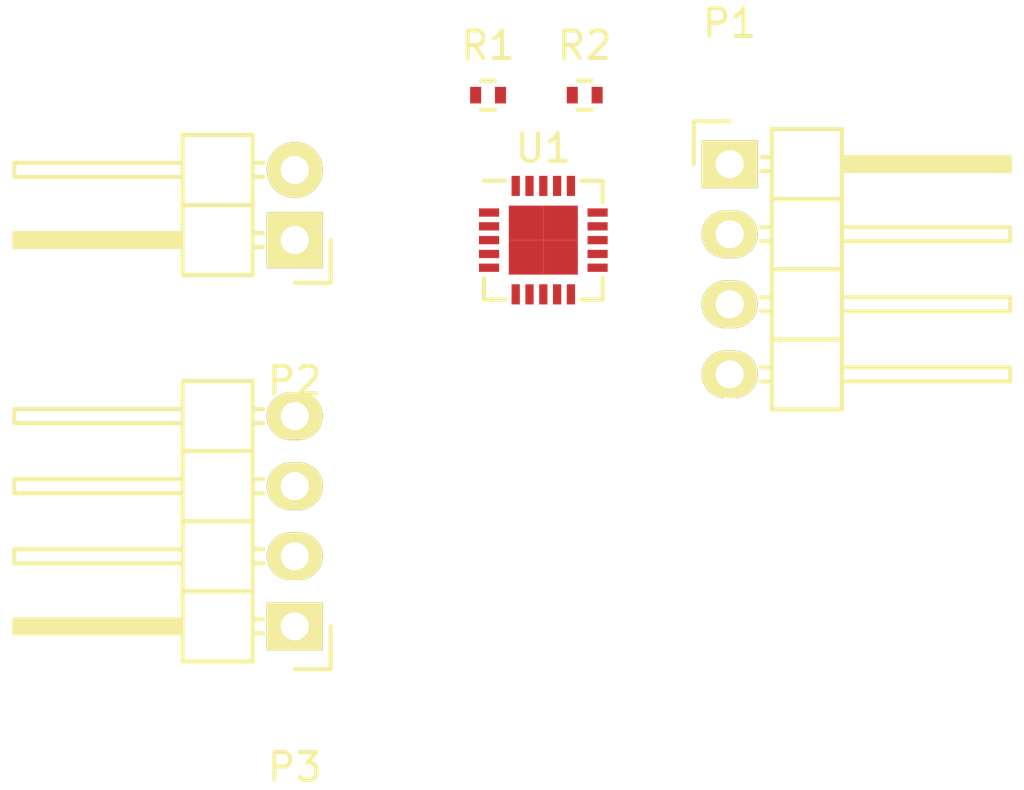
<source format=kicad_pcb>
(kicad_pcb (version 4) (host pcbnew "(2015-06-09 BZR 5726)-product")

  (general
    (links 14)
    (no_connects 14)
    (area 0 0 0 0)
    (thickness 1.6)
    (drawings 0)
    (tracks 0)
    (zones 0)
    (modules 6)
    (nets 8)
  )

  (page A4)
  (layers
    (0 F.Cu signal)
    (31 B.Cu signal)
    (32 B.Adhes user)
    (33 F.Adhes user)
    (34 B.Paste user)
    (35 F.Paste user)
    (36 B.SilkS user)
    (37 F.SilkS user)
    (38 B.Mask user)
    (39 F.Mask user)
    (40 Dwgs.User user)
    (41 Cmts.User user)
    (42 Eco1.User user)
    (43 Eco2.User user)
    (44 Edge.Cuts user)
    (45 Margin user)
    (46 B.CrtYd user)
    (47 F.CrtYd user)
    (48 B.Fab user)
    (49 F.Fab user)
  )

  (setup
    (last_trace_width 0.25)
    (trace_clearance 0.2)
    (zone_clearance 0.508)
    (zone_45_only no)
    (trace_min 0.2)
    (segment_width 0.2)
    (edge_width 0.1)
    (via_size 0.6)
    (via_drill 0.4)
    (via_min_size 0.4)
    (via_min_drill 0.3)
    (uvia_size 0.3)
    (uvia_drill 0.1)
    (uvias_allowed no)
    (uvia_min_size 0.2)
    (uvia_min_drill 0.1)
    (pcb_text_width 0.3)
    (pcb_text_size 1.5 1.5)
    (mod_edge_width 0.15)
    (mod_text_size 1 1)
    (mod_text_width 0.15)
    (pad_size 1.5 1.5)
    (pad_drill 0.6)
    (pad_to_mask_clearance 0)
    (aux_axis_origin 0 0)
    (visible_elements FFFFFF7F)
    (pcbplotparams
      (layerselection 0x00030_80000001)
      (usegerberextensions false)
      (excludeedgelayer true)
      (linewidth 0.100000)
      (plotframeref false)
      (viasonmask false)
      (mode 1)
      (useauxorigin false)
      (hpglpennumber 1)
      (hpglpenspeed 20)
      (hpglpendiameter 15)
      (hpglpenoverlay 2)
      (psnegative false)
      (psa4output false)
      (plotreference true)
      (plotvalue true)
      (plotinvisibletext false)
      (padsonsilk false)
      (subtractmaskfromsilk false)
      (outputformat 1)
      (mirror false)
      (drillshape 1)
      (scaleselection 1)
      (outputdirectory ""))
  )

  (net 0 "")
  (net 1 GND)
  (net 2 VDD)
  (net 3 "Net-(P1-Pad3)")
  (net 4 "Net-(P1-Pad4)")
  (net 5 "Net-(P2-Pad2)")
  (net 6 /CTLR_D)
  (net 7 /CUBE_D)

  (net_class Default "This is the default net class."
    (clearance 0.2)
    (trace_width 0.25)
    (via_dia 0.6)
    (via_drill 0.4)
    (uvia_dia 0.3)
    (uvia_drill 0.1)
    (add_net /CTLR_D)
    (add_net /CUBE_D)
    (add_net GND)
    (add_net "Net-(P1-Pad3)")
    (add_net "Net-(P1-Pad4)")
    (add_net "Net-(P2-Pad2)")
    (add_net VDD)
  )

  (module Pin_Headers:Pin_Header_Angled_1x04 (layer F.Cu) (tedit 0) (tstamp 55D65468)
    (at 155.25 102.25)
    (descr "Through hole pin header")
    (tags "pin header")
    (path /55D64600)
    (fp_text reference P1 (at 0 -5.1) (layer F.SilkS)
      (effects (font (size 1 1) (thickness 0.15)))
    )
    (fp_text value DEBUG (at 0 -3.1) (layer F.Fab)
      (effects (font (size 1 1) (thickness 0.15)))
    )
    (fp_line (start -1.5 -1.75) (end -1.5 9.4) (layer F.CrtYd) (width 0.05))
    (fp_line (start 10.65 -1.75) (end 10.65 9.4) (layer F.CrtYd) (width 0.05))
    (fp_line (start -1.5 -1.75) (end 10.65 -1.75) (layer F.CrtYd) (width 0.05))
    (fp_line (start -1.5 9.4) (end 10.65 9.4) (layer F.CrtYd) (width 0.05))
    (fp_line (start -1.3 -1.55) (end -1.3 0) (layer F.SilkS) (width 0.15))
    (fp_line (start 0 -1.55) (end -1.3 -1.55) (layer F.SilkS) (width 0.15))
    (fp_line (start 4.191 -0.127) (end 10.033 -0.127) (layer F.SilkS) (width 0.15))
    (fp_line (start 10.033 -0.127) (end 10.033 0.127) (layer F.SilkS) (width 0.15))
    (fp_line (start 10.033 0.127) (end 4.191 0.127) (layer F.SilkS) (width 0.15))
    (fp_line (start 4.191 0.127) (end 4.191 0) (layer F.SilkS) (width 0.15))
    (fp_line (start 4.191 0) (end 10.033 0) (layer F.SilkS) (width 0.15))
    (fp_line (start 1.524 -0.254) (end 1.143 -0.254) (layer F.SilkS) (width 0.15))
    (fp_line (start 1.524 0.254) (end 1.143 0.254) (layer F.SilkS) (width 0.15))
    (fp_line (start 1.524 2.286) (end 1.143 2.286) (layer F.SilkS) (width 0.15))
    (fp_line (start 1.524 2.794) (end 1.143 2.794) (layer F.SilkS) (width 0.15))
    (fp_line (start 1.524 4.826) (end 1.143 4.826) (layer F.SilkS) (width 0.15))
    (fp_line (start 1.524 5.334) (end 1.143 5.334) (layer F.SilkS) (width 0.15))
    (fp_line (start 1.524 7.874) (end 1.143 7.874) (layer F.SilkS) (width 0.15))
    (fp_line (start 1.524 7.366) (end 1.143 7.366) (layer F.SilkS) (width 0.15))
    (fp_line (start 1.524 -1.27) (end 4.064 -1.27) (layer F.SilkS) (width 0.15))
    (fp_line (start 1.524 1.27) (end 4.064 1.27) (layer F.SilkS) (width 0.15))
    (fp_line (start 1.524 1.27) (end 1.524 3.81) (layer F.SilkS) (width 0.15))
    (fp_line (start 1.524 3.81) (end 4.064 3.81) (layer F.SilkS) (width 0.15))
    (fp_line (start 4.064 2.286) (end 10.16 2.286) (layer F.SilkS) (width 0.15))
    (fp_line (start 10.16 2.286) (end 10.16 2.794) (layer F.SilkS) (width 0.15))
    (fp_line (start 10.16 2.794) (end 4.064 2.794) (layer F.SilkS) (width 0.15))
    (fp_line (start 4.064 3.81) (end 4.064 1.27) (layer F.SilkS) (width 0.15))
    (fp_line (start 4.064 1.27) (end 4.064 -1.27) (layer F.SilkS) (width 0.15))
    (fp_line (start 10.16 0.254) (end 4.064 0.254) (layer F.SilkS) (width 0.15))
    (fp_line (start 10.16 -0.254) (end 10.16 0.254) (layer F.SilkS) (width 0.15))
    (fp_line (start 4.064 -0.254) (end 10.16 -0.254) (layer F.SilkS) (width 0.15))
    (fp_line (start 1.524 1.27) (end 4.064 1.27) (layer F.SilkS) (width 0.15))
    (fp_line (start 1.524 -1.27) (end 1.524 1.27) (layer F.SilkS) (width 0.15))
    (fp_line (start 1.524 6.35) (end 4.064 6.35) (layer F.SilkS) (width 0.15))
    (fp_line (start 1.524 6.35) (end 1.524 8.89) (layer F.SilkS) (width 0.15))
    (fp_line (start 1.524 8.89) (end 4.064 8.89) (layer F.SilkS) (width 0.15))
    (fp_line (start 4.064 7.366) (end 10.16 7.366) (layer F.SilkS) (width 0.15))
    (fp_line (start 10.16 7.366) (end 10.16 7.874) (layer F.SilkS) (width 0.15))
    (fp_line (start 10.16 7.874) (end 4.064 7.874) (layer F.SilkS) (width 0.15))
    (fp_line (start 4.064 8.89) (end 4.064 6.35) (layer F.SilkS) (width 0.15))
    (fp_line (start 4.064 6.35) (end 4.064 3.81) (layer F.SilkS) (width 0.15))
    (fp_line (start 10.16 5.334) (end 4.064 5.334) (layer F.SilkS) (width 0.15))
    (fp_line (start 10.16 4.826) (end 10.16 5.334) (layer F.SilkS) (width 0.15))
    (fp_line (start 4.064 4.826) (end 10.16 4.826) (layer F.SilkS) (width 0.15))
    (fp_line (start 1.524 6.35) (end 4.064 6.35) (layer F.SilkS) (width 0.15))
    (fp_line (start 1.524 3.81) (end 1.524 6.35) (layer F.SilkS) (width 0.15))
    (fp_line (start 1.524 3.81) (end 4.064 3.81) (layer F.SilkS) (width 0.15))
    (pad 1 thru_hole rect (at 0 0) (size 2.032 1.7272) (drill 1.016) (layers *.Cu *.Mask F.SilkS)
      (net 1 GND))
    (pad 2 thru_hole oval (at 0 2.54) (size 2.032 1.7272) (drill 1.016) (layers *.Cu *.Mask F.SilkS)
      (net 2 VDD))
    (pad 3 thru_hole oval (at 0 5.08) (size 2.032 1.7272) (drill 1.016) (layers *.Cu *.Mask F.SilkS)
      (net 3 "Net-(P1-Pad3)"))
    (pad 4 thru_hole oval (at 0 7.62) (size 2.032 1.7272) (drill 1.016) (layers *.Cu *.Mask F.SilkS)
      (net 4 "Net-(P1-Pad4)"))
    (model Pin_Headers.3dshapes/Pin_Header_Angled_1x04.wrl
      (at (xyz 0 -0.15 0))
      (scale (xyz 1 1 1))
      (rotate (xyz 0 0 90))
    )
  )

  (module Pin_Headers:Pin_Header_Angled_1x02 (layer F.Cu) (tedit 0) (tstamp 55D6548B)
    (at 139.5 105 180)
    (descr "Through hole pin header")
    (tags "pin header")
    (path /55D6467B)
    (fp_text reference P2 (at 0 -5.1 180) (layer F.SilkS)
      (effects (font (size 1 1) (thickness 0.15)))
    )
    (fp_text value SWITCH (at 0 -3.1 180) (layer F.Fab)
      (effects (font (size 1 1) (thickness 0.15)))
    )
    (fp_line (start -1.5 -1.75) (end -1.5 4.3) (layer F.CrtYd) (width 0.05))
    (fp_line (start 10.65 -1.75) (end 10.65 4.3) (layer F.CrtYd) (width 0.05))
    (fp_line (start -1.5 -1.75) (end 10.65 -1.75) (layer F.CrtYd) (width 0.05))
    (fp_line (start -1.5 4.3) (end 10.65 4.3) (layer F.CrtYd) (width 0.05))
    (fp_line (start -1.3 -1.55) (end -1.3 0) (layer F.SilkS) (width 0.15))
    (fp_line (start 0 -1.55) (end -1.3 -1.55) (layer F.SilkS) (width 0.15))
    (fp_line (start 4.191 -0.127) (end 10.033 -0.127) (layer F.SilkS) (width 0.15))
    (fp_line (start 10.033 -0.127) (end 10.033 0.127) (layer F.SilkS) (width 0.15))
    (fp_line (start 10.033 0.127) (end 4.191 0.127) (layer F.SilkS) (width 0.15))
    (fp_line (start 4.191 0.127) (end 4.191 0) (layer F.SilkS) (width 0.15))
    (fp_line (start 4.191 0) (end 10.033 0) (layer F.SilkS) (width 0.15))
    (fp_line (start 1.524 -0.254) (end 1.143 -0.254) (layer F.SilkS) (width 0.15))
    (fp_line (start 1.524 0.254) (end 1.143 0.254) (layer F.SilkS) (width 0.15))
    (fp_line (start 1.524 2.286) (end 1.143 2.286) (layer F.SilkS) (width 0.15))
    (fp_line (start 1.524 2.794) (end 1.143 2.794) (layer F.SilkS) (width 0.15))
    (fp_line (start 1.524 -1.27) (end 4.064 -1.27) (layer F.SilkS) (width 0.15))
    (fp_line (start 1.524 1.27) (end 4.064 1.27) (layer F.SilkS) (width 0.15))
    (fp_line (start 1.524 1.27) (end 1.524 3.81) (layer F.SilkS) (width 0.15))
    (fp_line (start 1.524 3.81) (end 4.064 3.81) (layer F.SilkS) (width 0.15))
    (fp_line (start 4.064 2.286) (end 10.16 2.286) (layer F.SilkS) (width 0.15))
    (fp_line (start 10.16 2.286) (end 10.16 2.794) (layer F.SilkS) (width 0.15))
    (fp_line (start 10.16 2.794) (end 4.064 2.794) (layer F.SilkS) (width 0.15))
    (fp_line (start 4.064 3.81) (end 4.064 1.27) (layer F.SilkS) (width 0.15))
    (fp_line (start 4.064 1.27) (end 4.064 -1.27) (layer F.SilkS) (width 0.15))
    (fp_line (start 10.16 0.254) (end 4.064 0.254) (layer F.SilkS) (width 0.15))
    (fp_line (start 10.16 -0.254) (end 10.16 0.254) (layer F.SilkS) (width 0.15))
    (fp_line (start 4.064 -0.254) (end 10.16 -0.254) (layer F.SilkS) (width 0.15))
    (fp_line (start 1.524 1.27) (end 4.064 1.27) (layer F.SilkS) (width 0.15))
    (fp_line (start 1.524 -1.27) (end 1.524 1.27) (layer F.SilkS) (width 0.15))
    (pad 1 thru_hole rect (at 0 0 180) (size 2.032 2.032) (drill 1.016) (layers *.Cu *.Mask F.SilkS)
      (net 1 GND))
    (pad 2 thru_hole oval (at 0 2.54 180) (size 2.032 2.032) (drill 1.016) (layers *.Cu *.Mask F.SilkS)
      (net 5 "Net-(P2-Pad2)"))
    (model Pin_Headers.3dshapes/Pin_Header_Angled_1x02.wrl
      (at (xyz 0 -0.05 0))
      (scale (xyz 1 1 1))
      (rotate (xyz 0 0 90))
    )
  )

  (module Pin_Headers:Pin_Header_Angled_1x04 (layer F.Cu) (tedit 0) (tstamp 55D654C2)
    (at 139.5 119 180)
    (descr "Through hole pin header")
    (tags "pin header")
    (path /55D646E2)
    (fp_text reference P3 (at 0 -5.1 180) (layer F.SilkS)
      (effects (font (size 1 1) (thickness 0.15)))
    )
    (fp_text value CTLR (at 0 -3.1 180) (layer F.Fab)
      (effects (font (size 1 1) (thickness 0.15)))
    )
    (fp_line (start -1.5 -1.75) (end -1.5 9.4) (layer F.CrtYd) (width 0.05))
    (fp_line (start 10.65 -1.75) (end 10.65 9.4) (layer F.CrtYd) (width 0.05))
    (fp_line (start -1.5 -1.75) (end 10.65 -1.75) (layer F.CrtYd) (width 0.05))
    (fp_line (start -1.5 9.4) (end 10.65 9.4) (layer F.CrtYd) (width 0.05))
    (fp_line (start -1.3 -1.55) (end -1.3 0) (layer F.SilkS) (width 0.15))
    (fp_line (start 0 -1.55) (end -1.3 -1.55) (layer F.SilkS) (width 0.15))
    (fp_line (start 4.191 -0.127) (end 10.033 -0.127) (layer F.SilkS) (width 0.15))
    (fp_line (start 10.033 -0.127) (end 10.033 0.127) (layer F.SilkS) (width 0.15))
    (fp_line (start 10.033 0.127) (end 4.191 0.127) (layer F.SilkS) (width 0.15))
    (fp_line (start 4.191 0.127) (end 4.191 0) (layer F.SilkS) (width 0.15))
    (fp_line (start 4.191 0) (end 10.033 0) (layer F.SilkS) (width 0.15))
    (fp_line (start 1.524 -0.254) (end 1.143 -0.254) (layer F.SilkS) (width 0.15))
    (fp_line (start 1.524 0.254) (end 1.143 0.254) (layer F.SilkS) (width 0.15))
    (fp_line (start 1.524 2.286) (end 1.143 2.286) (layer F.SilkS) (width 0.15))
    (fp_line (start 1.524 2.794) (end 1.143 2.794) (layer F.SilkS) (width 0.15))
    (fp_line (start 1.524 4.826) (end 1.143 4.826) (layer F.SilkS) (width 0.15))
    (fp_line (start 1.524 5.334) (end 1.143 5.334) (layer F.SilkS) (width 0.15))
    (fp_line (start 1.524 7.874) (end 1.143 7.874) (layer F.SilkS) (width 0.15))
    (fp_line (start 1.524 7.366) (end 1.143 7.366) (layer F.SilkS) (width 0.15))
    (fp_line (start 1.524 -1.27) (end 4.064 -1.27) (layer F.SilkS) (width 0.15))
    (fp_line (start 1.524 1.27) (end 4.064 1.27) (layer F.SilkS) (width 0.15))
    (fp_line (start 1.524 1.27) (end 1.524 3.81) (layer F.SilkS) (width 0.15))
    (fp_line (start 1.524 3.81) (end 4.064 3.81) (layer F.SilkS) (width 0.15))
    (fp_line (start 4.064 2.286) (end 10.16 2.286) (layer F.SilkS) (width 0.15))
    (fp_line (start 10.16 2.286) (end 10.16 2.794) (layer F.SilkS) (width 0.15))
    (fp_line (start 10.16 2.794) (end 4.064 2.794) (layer F.SilkS) (width 0.15))
    (fp_line (start 4.064 3.81) (end 4.064 1.27) (layer F.SilkS) (width 0.15))
    (fp_line (start 4.064 1.27) (end 4.064 -1.27) (layer F.SilkS) (width 0.15))
    (fp_line (start 10.16 0.254) (end 4.064 0.254) (layer F.SilkS) (width 0.15))
    (fp_line (start 10.16 -0.254) (end 10.16 0.254) (layer F.SilkS) (width 0.15))
    (fp_line (start 4.064 -0.254) (end 10.16 -0.254) (layer F.SilkS) (width 0.15))
    (fp_line (start 1.524 1.27) (end 4.064 1.27) (layer F.SilkS) (width 0.15))
    (fp_line (start 1.524 -1.27) (end 1.524 1.27) (layer F.SilkS) (width 0.15))
    (fp_line (start 1.524 6.35) (end 4.064 6.35) (layer F.SilkS) (width 0.15))
    (fp_line (start 1.524 6.35) (end 1.524 8.89) (layer F.SilkS) (width 0.15))
    (fp_line (start 1.524 8.89) (end 4.064 8.89) (layer F.SilkS) (width 0.15))
    (fp_line (start 4.064 7.366) (end 10.16 7.366) (layer F.SilkS) (width 0.15))
    (fp_line (start 10.16 7.366) (end 10.16 7.874) (layer F.SilkS) (width 0.15))
    (fp_line (start 10.16 7.874) (end 4.064 7.874) (layer F.SilkS) (width 0.15))
    (fp_line (start 4.064 8.89) (end 4.064 6.35) (layer F.SilkS) (width 0.15))
    (fp_line (start 4.064 6.35) (end 4.064 3.81) (layer F.SilkS) (width 0.15))
    (fp_line (start 10.16 5.334) (end 4.064 5.334) (layer F.SilkS) (width 0.15))
    (fp_line (start 10.16 4.826) (end 10.16 5.334) (layer F.SilkS) (width 0.15))
    (fp_line (start 4.064 4.826) (end 10.16 4.826) (layer F.SilkS) (width 0.15))
    (fp_line (start 1.524 6.35) (end 4.064 6.35) (layer F.SilkS) (width 0.15))
    (fp_line (start 1.524 3.81) (end 1.524 6.35) (layer F.SilkS) (width 0.15))
    (fp_line (start 1.524 3.81) (end 4.064 3.81) (layer F.SilkS) (width 0.15))
    (pad 1 thru_hole rect (at 0 0 180) (size 2.032 1.7272) (drill 1.016) (layers *.Cu *.Mask F.SilkS)
      (net 2 VDD))
    (pad 2 thru_hole oval (at 0 2.54 180) (size 2.032 1.7272) (drill 1.016) (layers *.Cu *.Mask F.SilkS)
      (net 6 /CTLR_D))
    (pad 3 thru_hole oval (at 0 5.08 180) (size 2.032 1.7272) (drill 1.016) (layers *.Cu *.Mask F.SilkS)
      (net 7 /CUBE_D))
    (pad 4 thru_hole oval (at 0 7.62 180) (size 2.032 1.7272) (drill 1.016) (layers *.Cu *.Mask F.SilkS)
      (net 1 GND))
    (model Pin_Headers.3dshapes/Pin_Header_Angled_1x04.wrl
      (at (xyz 0 -0.15 0))
      (scale (xyz 1 1 1))
      (rotate (xyz 0 0 90))
    )
  )

  (module Resistors_SMD:R_0402 (layer F.Cu) (tedit 5415CBB8) (tstamp 55D654CE)
    (at 146.5 99.75)
    (descr "Resistor SMD 0402, reflow soldering, Vishay (see dcrcw.pdf)")
    (tags "resistor 0402")
    (path /55D65180)
    (attr smd)
    (fp_text reference R1 (at 0 -1.8) (layer F.SilkS)
      (effects (font (size 1 1) (thickness 0.15)))
    )
    (fp_text value 1K (at 0 1.8) (layer F.Fab)
      (effects (font (size 1 1) (thickness 0.15)))
    )
    (fp_line (start -0.95 -0.65) (end 0.95 -0.65) (layer F.CrtYd) (width 0.05))
    (fp_line (start -0.95 0.65) (end 0.95 0.65) (layer F.CrtYd) (width 0.05))
    (fp_line (start -0.95 -0.65) (end -0.95 0.65) (layer F.CrtYd) (width 0.05))
    (fp_line (start 0.95 -0.65) (end 0.95 0.65) (layer F.CrtYd) (width 0.05))
    (fp_line (start 0.25 -0.525) (end -0.25 -0.525) (layer F.SilkS) (width 0.15))
    (fp_line (start -0.25 0.525) (end 0.25 0.525) (layer F.SilkS) (width 0.15))
    (pad 1 smd rect (at -0.45 0) (size 0.4 0.6) (layers F.Cu F.Paste F.Mask)
      (net 2 VDD))
    (pad 2 smd rect (at 0.45 0) (size 0.4 0.6) (layers F.Cu F.Paste F.Mask)
      (net 6 /CTLR_D))
    (model Resistors_SMD.3dshapes/R_0402.wrl
      (at (xyz 0 0 0))
      (scale (xyz 1 1 1))
      (rotate (xyz 0 0 0))
    )
  )

  (module Resistors_SMD:R_0402 (layer F.Cu) (tedit 5415CBB8) (tstamp 55D654DA)
    (at 150 99.75)
    (descr "Resistor SMD 0402, reflow soldering, Vishay (see dcrcw.pdf)")
    (tags "resistor 0402")
    (path /55D651B9)
    (attr smd)
    (fp_text reference R2 (at 0 -1.8) (layer F.SilkS)
      (effects (font (size 1 1) (thickness 0.15)))
    )
    (fp_text value 1K (at 0 1.8) (layer F.Fab)
      (effects (font (size 1 1) (thickness 0.15)))
    )
    (fp_line (start -0.95 -0.65) (end 0.95 -0.65) (layer F.CrtYd) (width 0.05))
    (fp_line (start -0.95 0.65) (end 0.95 0.65) (layer F.CrtYd) (width 0.05))
    (fp_line (start -0.95 -0.65) (end -0.95 0.65) (layer F.CrtYd) (width 0.05))
    (fp_line (start 0.95 -0.65) (end 0.95 0.65) (layer F.CrtYd) (width 0.05))
    (fp_line (start 0.25 -0.525) (end -0.25 -0.525) (layer F.SilkS) (width 0.15))
    (fp_line (start -0.25 0.525) (end 0.25 0.525) (layer F.SilkS) (width 0.15))
    (pad 1 smd rect (at -0.45 0) (size 0.4 0.6) (layers F.Cu F.Paste F.Mask)
      (net 2 VDD))
    (pad 2 smd rect (at 0.45 0) (size 0.4 0.6) (layers F.Cu F.Paste F.Mask)
      (net 7 /CUBE_D))
    (model Resistors_SMD.3dshapes/R_0402.wrl
      (at (xyz 0 0 0))
      (scale (xyz 1 1 1))
      (rotate (xyz 0 0 0))
    )
  )

  (module qfn-20:QFN-20-1EP_4x4mm_Pitch0.5mm (layer F.Cu) (tedit 54130A77) (tstamp 55D65501)
    (at 148.5011 105.0036)
    (descr "20-Lead Plastic Quad Flat, No Lead Package (ML) - 4x4x0.9 mm Body [QFN]; (see Microchip Packaging Specification 00000049BS.pdf)")
    (tags "QFN 0.5")
    (path /55D64B5B)
    (attr smd)
    (fp_text reference U1 (at 0 -3.33) (layer F.SilkS)
      (effects (font (size 1 1) (thickness 0.15)))
    )
    (fp_text value EFM8BB10 (at 0 3.33) (layer F.Fab)
      (effects (font (size 1 1) (thickness 0.15)))
    )
    (fp_line (start -2.6 -2.6) (end -2.6 2.6) (layer F.CrtYd) (width 0.05))
    (fp_line (start 2.6 -2.6) (end 2.6 2.6) (layer F.CrtYd) (width 0.05))
    (fp_line (start -2.6 -2.6) (end 2.6 -2.6) (layer F.CrtYd) (width 0.05))
    (fp_line (start -2.6 2.6) (end 2.6 2.6) (layer F.CrtYd) (width 0.05))
    (fp_line (start 2.15 -2.15) (end 2.15 -1.375) (layer F.SilkS) (width 0.15))
    (fp_line (start -2.15 2.15) (end -2.15 1.375) (layer F.SilkS) (width 0.15))
    (fp_line (start 2.15 2.15) (end 2.15 1.375) (layer F.SilkS) (width 0.15))
    (fp_line (start -2.15 -2.15) (end -1.375 -2.15) (layer F.SilkS) (width 0.15))
    (fp_line (start -2.15 2.15) (end -1.375 2.15) (layer F.SilkS) (width 0.15))
    (fp_line (start 2.15 2.15) (end 1.375 2.15) (layer F.SilkS) (width 0.15))
    (fp_line (start 2.15 -2.15) (end 1.375 -2.15) (layer F.SilkS) (width 0.15))
    (pad 1 smd rect (at -1.965 -1) (size 0.73 0.3) (layers F.Cu F.Paste F.Mask)
      (net 5 "Net-(P2-Pad2)"))
    (pad 2 smd rect (at -1.965 -0.5) (size 0.73 0.3) (layers F.Cu F.Paste F.Mask))
    (pad 3 smd rect (at -1.965 0) (size 0.73 0.3) (layers F.Cu F.Paste F.Mask)
      (net 1 GND))
    (pad 4 smd rect (at -1.965 0.5) (size 0.73 0.3) (layers F.Cu F.Paste F.Mask)
      (net 2 VDD))
    (pad 5 smd rect (at -1.965 1) (size 0.73 0.3) (layers F.Cu F.Paste F.Mask)
      (net 3 "Net-(P1-Pad3)"))
    (pad 6 smd rect (at -1 1.965 90) (size 0.73 0.3) (layers F.Cu F.Paste F.Mask)
      (net 4 "Net-(P1-Pad4)"))
    (pad 7 smd rect (at -0.5 1.965 90) (size 0.73 0.3) (layers F.Cu F.Paste F.Mask))
    (pad 8 smd rect (at 0 1.965 90) (size 0.73 0.3) (layers F.Cu F.Paste F.Mask))
    (pad 9 smd rect (at 0.5 1.965 90) (size 0.73 0.3) (layers F.Cu F.Paste F.Mask))
    (pad 10 smd rect (at 1 1.965 90) (size 0.73 0.3) (layers F.Cu F.Paste F.Mask))
    (pad 11 smd rect (at 1.965 1) (size 0.73 0.3) (layers F.Cu F.Paste F.Mask))
    (pad 12 smd rect (at 1.965 0.5) (size 0.73 0.3) (layers F.Cu F.Paste F.Mask))
    (pad 13 smd rect (at 1.965 0) (size 0.73 0.3) (layers F.Cu F.Paste F.Mask))
    (pad 14 smd rect (at 1.965 -0.5) (size 0.73 0.3) (layers F.Cu F.Paste F.Mask))
    (pad 15 smd rect (at 1.965 -1) (size 0.73 0.3) (layers F.Cu F.Paste F.Mask))
    (pad 16 smd rect (at 1 -1.965 90) (size 0.73 0.3) (layers F.Cu F.Paste F.Mask))
    (pad 17 smd rect (at 0.5 -1.965 90) (size 0.73 0.3) (layers F.Cu F.Paste F.Mask))
    (pad 18 smd rect (at 0 -1.965 90) (size 0.73 0.3) (layers F.Cu F.Paste F.Mask))
    (pad 19 smd rect (at -0.5 -1.965 90) (size 0.73 0.3) (layers F.Cu F.Paste F.Mask)
      (net 7 /CUBE_D))
    (pad 20 smd rect (at -1 -1.965 90) (size 0.73 0.3) (layers F.Cu F.Paste F.Mask)
      (net 6 /CTLR_D))
    (pad 21 smd rect (at 0.625 0.625) (size 1.25 1.25) (layers F.Cu F.Paste F.Mask)
      (solder_paste_margin_ratio -0.2))
    (pad 21 smd rect (at 0.625 -0.625) (size 1.25 1.25) (layers F.Cu F.Paste F.Mask)
      (solder_paste_margin_ratio -0.2))
    (pad 21 smd rect (at -0.625 0.625) (size 1.25 1.25) (layers F.Cu F.Paste F.Mask)
      (solder_paste_margin_ratio -0.2))
    (pad 21 smd rect (at -0.625 -0.625) (size 1.25 1.25) (layers F.Cu F.Paste F.Mask)
      (solder_paste_margin_ratio -0.2))
    (model Housings_DFN_QFN.3dshapes/QFN-20-1EP_4x4mm_Pitch0.5mm.wrl
      (at (xyz 0 0 0))
      (scale (xyz 1 1 1))
      (rotate (xyz 0 0 0))
    )
  )

)

</source>
